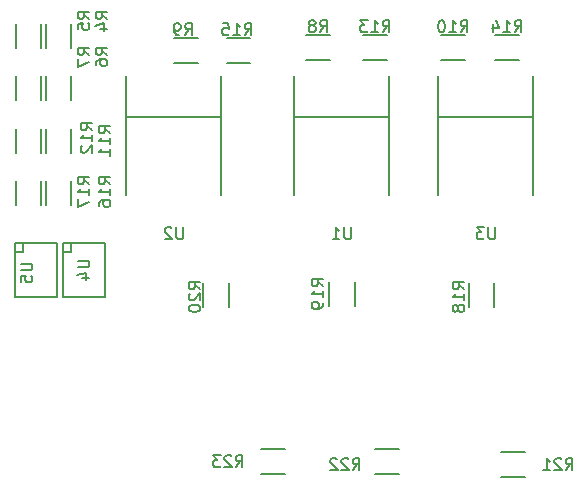
<source format=gbo>
G04 #@! TF.FileFunction,Legend,Bot*
%FSLAX46Y46*%
G04 Gerber Fmt 4.6, Leading zero omitted, Abs format (unit mm)*
G04 Created by KiCad (PCBNEW 4.0.2-stable) date 3/20/2016 1:32:16 PM*
%MOMM*%
G01*
G04 APERTURE LIST*
%ADD10C,0.100000*%
%ADD11C,0.150000*%
G04 APERTURE END LIST*
D10*
D11*
X141384000Y-87488000D02*
X149385000Y-87488000D01*
X141384000Y-94092000D02*
X141384000Y-84059000D01*
X149385000Y-94092000D02*
X149385000Y-84059000D01*
X122520000Y-81630000D02*
X122520000Y-79630000D01*
X120370000Y-79630000D02*
X120370000Y-81630000D01*
X119980000Y-81630000D02*
X119980000Y-79630000D01*
X117830000Y-79630000D02*
X117830000Y-81630000D01*
X122520000Y-86075000D02*
X122520000Y-84075000D01*
X120370000Y-84075000D02*
X120370000Y-86075000D01*
X119980000Y-86075000D02*
X119980000Y-84075000D01*
X117830000Y-84075000D02*
X117830000Y-86075000D01*
X144416000Y-80571000D02*
X142416000Y-80571000D01*
X142416000Y-82721000D02*
X144416000Y-82721000D01*
X133240000Y-80825000D02*
X131240000Y-80825000D01*
X131240000Y-82975000D02*
X133240000Y-82975000D01*
X155846000Y-80571000D02*
X153846000Y-80571000D01*
X153846000Y-82721000D02*
X155846000Y-82721000D01*
X122520000Y-90520000D02*
X122520000Y-88520000D01*
X120370000Y-88520000D02*
X120370000Y-90520000D01*
X119980000Y-90520000D02*
X119980000Y-88520000D01*
X117830000Y-88520000D02*
X117830000Y-90520000D01*
X149242000Y-80571000D02*
X147242000Y-80571000D01*
X147242000Y-82721000D02*
X149242000Y-82721000D01*
X160418000Y-80571000D02*
X158418000Y-80571000D01*
X158418000Y-82721000D02*
X160418000Y-82721000D01*
X137685000Y-80825000D02*
X135685000Y-80825000D01*
X135685000Y-82975000D02*
X137685000Y-82975000D01*
X122520000Y-94965000D02*
X122520000Y-92965000D01*
X120370000Y-92965000D02*
X120370000Y-94965000D01*
X119980000Y-94965000D02*
X119980000Y-92965000D01*
X117830000Y-92965000D02*
X117830000Y-94965000D01*
X158334000Y-103601000D02*
X158334000Y-101601000D01*
X156184000Y-101601000D02*
X156184000Y-103601000D01*
X146523000Y-103474000D02*
X146523000Y-101474000D01*
X144373000Y-101474000D02*
X144373000Y-103474000D01*
X135855000Y-103601000D02*
X135855000Y-101601000D01*
X133705000Y-101601000D02*
X133705000Y-103601000D01*
X158926000Y-118027000D02*
X160926000Y-118027000D01*
X160926000Y-115877000D02*
X158926000Y-115877000D01*
X150258000Y-115623000D02*
X148258000Y-115623000D01*
X148258000Y-117773000D02*
X150258000Y-117773000D01*
X140606000Y-115623000D02*
X138606000Y-115623000D01*
X138606000Y-117773000D02*
X140606000Y-117773000D01*
X121803140Y-98940860D02*
X122504180Y-98940860D01*
X122504180Y-98940860D02*
X122504180Y-98140760D01*
X121803140Y-102743240D02*
X121803140Y-98140760D01*
X121803140Y-98140760D02*
X125404860Y-98140760D01*
X125404860Y-98140760D02*
X125404860Y-102743240D01*
X125404860Y-102743240D02*
X121803140Y-102743240D01*
X117739140Y-98940860D02*
X118440180Y-98940860D01*
X118440180Y-98940860D02*
X118440180Y-98140760D01*
X117739140Y-102743240D02*
X117739140Y-98140760D01*
X117739140Y-98140760D02*
X121340860Y-98140760D01*
X121340860Y-98140760D02*
X121340860Y-102743240D01*
X121340860Y-102743240D02*
X117739140Y-102743240D01*
X127160000Y-87488000D02*
X135161000Y-87488000D01*
X127160000Y-94092000D02*
X127160000Y-84059000D01*
X135161000Y-94092000D02*
X135161000Y-84059000D01*
X153576000Y-87488000D02*
X161577000Y-87488000D01*
X153576000Y-94092000D02*
X153576000Y-84059000D01*
X161577000Y-94092000D02*
X161577000Y-84059000D01*
X146209905Y-96846381D02*
X146209905Y-97655905D01*
X146162286Y-97751143D01*
X146114667Y-97798762D01*
X146019429Y-97846381D01*
X145828952Y-97846381D01*
X145733714Y-97798762D01*
X145686095Y-97751143D01*
X145638476Y-97655905D01*
X145638476Y-96846381D01*
X144638476Y-97846381D02*
X145209905Y-97846381D01*
X144924191Y-97846381D02*
X144924191Y-96846381D01*
X145019429Y-96989238D01*
X145114667Y-97084476D01*
X145209905Y-97132095D01*
X125580381Y-79193334D02*
X125104190Y-78860000D01*
X125580381Y-78621905D02*
X124580381Y-78621905D01*
X124580381Y-79002858D01*
X124628000Y-79098096D01*
X124675619Y-79145715D01*
X124770857Y-79193334D01*
X124913714Y-79193334D01*
X125008952Y-79145715D01*
X125056571Y-79098096D01*
X125104190Y-79002858D01*
X125104190Y-78621905D01*
X124913714Y-80050477D02*
X125580381Y-80050477D01*
X124532762Y-79812381D02*
X125247048Y-79574286D01*
X125247048Y-80193334D01*
X124056381Y-79193334D02*
X123580190Y-78860000D01*
X124056381Y-78621905D02*
X123056381Y-78621905D01*
X123056381Y-79002858D01*
X123104000Y-79098096D01*
X123151619Y-79145715D01*
X123246857Y-79193334D01*
X123389714Y-79193334D01*
X123484952Y-79145715D01*
X123532571Y-79098096D01*
X123580190Y-79002858D01*
X123580190Y-78621905D01*
X123056381Y-80098096D02*
X123056381Y-79621905D01*
X123532571Y-79574286D01*
X123484952Y-79621905D01*
X123437333Y-79717143D01*
X123437333Y-79955239D01*
X123484952Y-80050477D01*
X123532571Y-80098096D01*
X123627810Y-80145715D01*
X123865905Y-80145715D01*
X123961143Y-80098096D01*
X124008762Y-80050477D01*
X124056381Y-79955239D01*
X124056381Y-79717143D01*
X124008762Y-79621905D01*
X123961143Y-79574286D01*
X125580381Y-82241334D02*
X125104190Y-81908000D01*
X125580381Y-81669905D02*
X124580381Y-81669905D01*
X124580381Y-82050858D01*
X124628000Y-82146096D01*
X124675619Y-82193715D01*
X124770857Y-82241334D01*
X124913714Y-82241334D01*
X125008952Y-82193715D01*
X125056571Y-82146096D01*
X125104190Y-82050858D01*
X125104190Y-81669905D01*
X124580381Y-83098477D02*
X124580381Y-82908000D01*
X124628000Y-82812762D01*
X124675619Y-82765143D01*
X124818476Y-82669905D01*
X125008952Y-82622286D01*
X125389905Y-82622286D01*
X125485143Y-82669905D01*
X125532762Y-82717524D01*
X125580381Y-82812762D01*
X125580381Y-83003239D01*
X125532762Y-83098477D01*
X125485143Y-83146096D01*
X125389905Y-83193715D01*
X125151810Y-83193715D01*
X125056571Y-83146096D01*
X125008952Y-83098477D01*
X124961333Y-83003239D01*
X124961333Y-82812762D01*
X125008952Y-82717524D01*
X125056571Y-82669905D01*
X125151810Y-82622286D01*
X124056381Y-82241334D02*
X123580190Y-81908000D01*
X124056381Y-81669905D02*
X123056381Y-81669905D01*
X123056381Y-82050858D01*
X123104000Y-82146096D01*
X123151619Y-82193715D01*
X123246857Y-82241334D01*
X123389714Y-82241334D01*
X123484952Y-82193715D01*
X123532571Y-82146096D01*
X123580190Y-82050858D01*
X123580190Y-81669905D01*
X123056381Y-82574667D02*
X123056381Y-83241334D01*
X124056381Y-82812762D01*
X143582666Y-80320381D02*
X143916000Y-79844190D01*
X144154095Y-80320381D02*
X144154095Y-79320381D01*
X143773142Y-79320381D01*
X143677904Y-79368000D01*
X143630285Y-79415619D01*
X143582666Y-79510857D01*
X143582666Y-79653714D01*
X143630285Y-79748952D01*
X143677904Y-79796571D01*
X143773142Y-79844190D01*
X144154095Y-79844190D01*
X143011238Y-79748952D02*
X143106476Y-79701333D01*
X143154095Y-79653714D01*
X143201714Y-79558476D01*
X143201714Y-79510857D01*
X143154095Y-79415619D01*
X143106476Y-79368000D01*
X143011238Y-79320381D01*
X142820761Y-79320381D01*
X142725523Y-79368000D01*
X142677904Y-79415619D01*
X142630285Y-79510857D01*
X142630285Y-79558476D01*
X142677904Y-79653714D01*
X142725523Y-79701333D01*
X142820761Y-79748952D01*
X143011238Y-79748952D01*
X143106476Y-79796571D01*
X143154095Y-79844190D01*
X143201714Y-79939429D01*
X143201714Y-80129905D01*
X143154095Y-80225143D01*
X143106476Y-80272762D01*
X143011238Y-80320381D01*
X142820761Y-80320381D01*
X142725523Y-80272762D01*
X142677904Y-80225143D01*
X142630285Y-80129905D01*
X142630285Y-79939429D01*
X142677904Y-79844190D01*
X142725523Y-79796571D01*
X142820761Y-79748952D01*
X132152666Y-80574381D02*
X132486000Y-80098190D01*
X132724095Y-80574381D02*
X132724095Y-79574381D01*
X132343142Y-79574381D01*
X132247904Y-79622000D01*
X132200285Y-79669619D01*
X132152666Y-79764857D01*
X132152666Y-79907714D01*
X132200285Y-80002952D01*
X132247904Y-80050571D01*
X132343142Y-80098190D01*
X132724095Y-80098190D01*
X131676476Y-80574381D02*
X131486000Y-80574381D01*
X131390761Y-80526762D01*
X131343142Y-80479143D01*
X131247904Y-80336286D01*
X131200285Y-80145810D01*
X131200285Y-79764857D01*
X131247904Y-79669619D01*
X131295523Y-79622000D01*
X131390761Y-79574381D01*
X131581238Y-79574381D01*
X131676476Y-79622000D01*
X131724095Y-79669619D01*
X131771714Y-79764857D01*
X131771714Y-80002952D01*
X131724095Y-80098190D01*
X131676476Y-80145810D01*
X131581238Y-80193429D01*
X131390761Y-80193429D01*
X131295523Y-80145810D01*
X131247904Y-80098190D01*
X131200285Y-80002952D01*
X155488857Y-80320381D02*
X155822191Y-79844190D01*
X156060286Y-80320381D02*
X156060286Y-79320381D01*
X155679333Y-79320381D01*
X155584095Y-79368000D01*
X155536476Y-79415619D01*
X155488857Y-79510857D01*
X155488857Y-79653714D01*
X155536476Y-79748952D01*
X155584095Y-79796571D01*
X155679333Y-79844190D01*
X156060286Y-79844190D01*
X154536476Y-80320381D02*
X155107905Y-80320381D01*
X154822191Y-80320381D02*
X154822191Y-79320381D01*
X154917429Y-79463238D01*
X155012667Y-79558476D01*
X155107905Y-79606095D01*
X153917429Y-79320381D02*
X153822190Y-79320381D01*
X153726952Y-79368000D01*
X153679333Y-79415619D01*
X153631714Y-79510857D01*
X153584095Y-79701333D01*
X153584095Y-79939429D01*
X153631714Y-80129905D01*
X153679333Y-80225143D01*
X153726952Y-80272762D01*
X153822190Y-80320381D01*
X153917429Y-80320381D01*
X154012667Y-80272762D01*
X154060286Y-80225143D01*
X154107905Y-80129905D01*
X154155524Y-79939429D01*
X154155524Y-79701333D01*
X154107905Y-79510857D01*
X154060286Y-79415619D01*
X154012667Y-79368000D01*
X153917429Y-79320381D01*
X125834381Y-88877143D02*
X125358190Y-88543809D01*
X125834381Y-88305714D02*
X124834381Y-88305714D01*
X124834381Y-88686667D01*
X124882000Y-88781905D01*
X124929619Y-88829524D01*
X125024857Y-88877143D01*
X125167714Y-88877143D01*
X125262952Y-88829524D01*
X125310571Y-88781905D01*
X125358190Y-88686667D01*
X125358190Y-88305714D01*
X125834381Y-89829524D02*
X125834381Y-89258095D01*
X125834381Y-89543809D02*
X124834381Y-89543809D01*
X124977238Y-89448571D01*
X125072476Y-89353333D01*
X125120095Y-89258095D01*
X125834381Y-90781905D02*
X125834381Y-90210476D01*
X125834381Y-90496190D02*
X124834381Y-90496190D01*
X124977238Y-90400952D01*
X125072476Y-90305714D01*
X125120095Y-90210476D01*
X124310381Y-88623143D02*
X123834190Y-88289809D01*
X124310381Y-88051714D02*
X123310381Y-88051714D01*
X123310381Y-88432667D01*
X123358000Y-88527905D01*
X123405619Y-88575524D01*
X123500857Y-88623143D01*
X123643714Y-88623143D01*
X123738952Y-88575524D01*
X123786571Y-88527905D01*
X123834190Y-88432667D01*
X123834190Y-88051714D01*
X124310381Y-89575524D02*
X124310381Y-89004095D01*
X124310381Y-89289809D02*
X123310381Y-89289809D01*
X123453238Y-89194571D01*
X123548476Y-89099333D01*
X123596095Y-89004095D01*
X123405619Y-89956476D02*
X123358000Y-90004095D01*
X123310381Y-90099333D01*
X123310381Y-90337429D01*
X123358000Y-90432667D01*
X123405619Y-90480286D01*
X123500857Y-90527905D01*
X123596095Y-90527905D01*
X123738952Y-90480286D01*
X124310381Y-89908857D01*
X124310381Y-90527905D01*
X148884857Y-80320381D02*
X149218191Y-79844190D01*
X149456286Y-80320381D02*
X149456286Y-79320381D01*
X149075333Y-79320381D01*
X148980095Y-79368000D01*
X148932476Y-79415619D01*
X148884857Y-79510857D01*
X148884857Y-79653714D01*
X148932476Y-79748952D01*
X148980095Y-79796571D01*
X149075333Y-79844190D01*
X149456286Y-79844190D01*
X147932476Y-80320381D02*
X148503905Y-80320381D01*
X148218191Y-80320381D02*
X148218191Y-79320381D01*
X148313429Y-79463238D01*
X148408667Y-79558476D01*
X148503905Y-79606095D01*
X147599143Y-79320381D02*
X146980095Y-79320381D01*
X147313429Y-79701333D01*
X147170571Y-79701333D01*
X147075333Y-79748952D01*
X147027714Y-79796571D01*
X146980095Y-79891810D01*
X146980095Y-80129905D01*
X147027714Y-80225143D01*
X147075333Y-80272762D01*
X147170571Y-80320381D01*
X147456286Y-80320381D01*
X147551524Y-80272762D01*
X147599143Y-80225143D01*
X160060857Y-80320381D02*
X160394191Y-79844190D01*
X160632286Y-80320381D02*
X160632286Y-79320381D01*
X160251333Y-79320381D01*
X160156095Y-79368000D01*
X160108476Y-79415619D01*
X160060857Y-79510857D01*
X160060857Y-79653714D01*
X160108476Y-79748952D01*
X160156095Y-79796571D01*
X160251333Y-79844190D01*
X160632286Y-79844190D01*
X159108476Y-80320381D02*
X159679905Y-80320381D01*
X159394191Y-80320381D02*
X159394191Y-79320381D01*
X159489429Y-79463238D01*
X159584667Y-79558476D01*
X159679905Y-79606095D01*
X158251333Y-79653714D02*
X158251333Y-80320381D01*
X158489429Y-79272762D02*
X158727524Y-79987048D01*
X158108476Y-79987048D01*
X137200857Y-80574381D02*
X137534191Y-80098190D01*
X137772286Y-80574381D02*
X137772286Y-79574381D01*
X137391333Y-79574381D01*
X137296095Y-79622000D01*
X137248476Y-79669619D01*
X137200857Y-79764857D01*
X137200857Y-79907714D01*
X137248476Y-80002952D01*
X137296095Y-80050571D01*
X137391333Y-80098190D01*
X137772286Y-80098190D01*
X136248476Y-80574381D02*
X136819905Y-80574381D01*
X136534191Y-80574381D02*
X136534191Y-79574381D01*
X136629429Y-79717238D01*
X136724667Y-79812476D01*
X136819905Y-79860095D01*
X135343714Y-79574381D02*
X135819905Y-79574381D01*
X135867524Y-80050571D01*
X135819905Y-80002952D01*
X135724667Y-79955333D01*
X135486571Y-79955333D01*
X135391333Y-80002952D01*
X135343714Y-80050571D01*
X135296095Y-80145810D01*
X135296095Y-80383905D01*
X135343714Y-80479143D01*
X135391333Y-80526762D01*
X135486571Y-80574381D01*
X135724667Y-80574381D01*
X135819905Y-80526762D01*
X135867524Y-80479143D01*
X125834381Y-93195143D02*
X125358190Y-92861809D01*
X125834381Y-92623714D02*
X124834381Y-92623714D01*
X124834381Y-93004667D01*
X124882000Y-93099905D01*
X124929619Y-93147524D01*
X125024857Y-93195143D01*
X125167714Y-93195143D01*
X125262952Y-93147524D01*
X125310571Y-93099905D01*
X125358190Y-93004667D01*
X125358190Y-92623714D01*
X125834381Y-94147524D02*
X125834381Y-93576095D01*
X125834381Y-93861809D02*
X124834381Y-93861809D01*
X124977238Y-93766571D01*
X125072476Y-93671333D01*
X125120095Y-93576095D01*
X124834381Y-95004667D02*
X124834381Y-94814190D01*
X124882000Y-94718952D01*
X124929619Y-94671333D01*
X125072476Y-94576095D01*
X125262952Y-94528476D01*
X125643905Y-94528476D01*
X125739143Y-94576095D01*
X125786762Y-94623714D01*
X125834381Y-94718952D01*
X125834381Y-94909429D01*
X125786762Y-95004667D01*
X125739143Y-95052286D01*
X125643905Y-95099905D01*
X125405810Y-95099905D01*
X125310571Y-95052286D01*
X125262952Y-95004667D01*
X125215333Y-94909429D01*
X125215333Y-94718952D01*
X125262952Y-94623714D01*
X125310571Y-94576095D01*
X125405810Y-94528476D01*
X124056381Y-93195143D02*
X123580190Y-92861809D01*
X124056381Y-92623714D02*
X123056381Y-92623714D01*
X123056381Y-93004667D01*
X123104000Y-93099905D01*
X123151619Y-93147524D01*
X123246857Y-93195143D01*
X123389714Y-93195143D01*
X123484952Y-93147524D01*
X123532571Y-93099905D01*
X123580190Y-93004667D01*
X123580190Y-92623714D01*
X124056381Y-94147524D02*
X124056381Y-93576095D01*
X124056381Y-93861809D02*
X123056381Y-93861809D01*
X123199238Y-93766571D01*
X123294476Y-93671333D01*
X123342095Y-93576095D01*
X123056381Y-94480857D02*
X123056381Y-95147524D01*
X124056381Y-94718952D01*
X155806381Y-102085143D02*
X155330190Y-101751809D01*
X155806381Y-101513714D02*
X154806381Y-101513714D01*
X154806381Y-101894667D01*
X154854000Y-101989905D01*
X154901619Y-102037524D01*
X154996857Y-102085143D01*
X155139714Y-102085143D01*
X155234952Y-102037524D01*
X155282571Y-101989905D01*
X155330190Y-101894667D01*
X155330190Y-101513714D01*
X155806381Y-103037524D02*
X155806381Y-102466095D01*
X155806381Y-102751809D02*
X154806381Y-102751809D01*
X154949238Y-102656571D01*
X155044476Y-102561333D01*
X155092095Y-102466095D01*
X155234952Y-103608952D02*
X155187333Y-103513714D01*
X155139714Y-103466095D01*
X155044476Y-103418476D01*
X154996857Y-103418476D01*
X154901619Y-103466095D01*
X154854000Y-103513714D01*
X154806381Y-103608952D01*
X154806381Y-103799429D01*
X154854000Y-103894667D01*
X154901619Y-103942286D01*
X154996857Y-103989905D01*
X155044476Y-103989905D01*
X155139714Y-103942286D01*
X155187333Y-103894667D01*
X155234952Y-103799429D01*
X155234952Y-103608952D01*
X155282571Y-103513714D01*
X155330190Y-103466095D01*
X155425429Y-103418476D01*
X155615905Y-103418476D01*
X155711143Y-103466095D01*
X155758762Y-103513714D01*
X155806381Y-103608952D01*
X155806381Y-103799429D01*
X155758762Y-103894667D01*
X155711143Y-103942286D01*
X155615905Y-103989905D01*
X155425429Y-103989905D01*
X155330190Y-103942286D01*
X155282571Y-103894667D01*
X155234952Y-103799429D01*
X143868381Y-101831143D02*
X143392190Y-101497809D01*
X143868381Y-101259714D02*
X142868381Y-101259714D01*
X142868381Y-101640667D01*
X142916000Y-101735905D01*
X142963619Y-101783524D01*
X143058857Y-101831143D01*
X143201714Y-101831143D01*
X143296952Y-101783524D01*
X143344571Y-101735905D01*
X143392190Y-101640667D01*
X143392190Y-101259714D01*
X143868381Y-102783524D02*
X143868381Y-102212095D01*
X143868381Y-102497809D02*
X142868381Y-102497809D01*
X143011238Y-102402571D01*
X143106476Y-102307333D01*
X143154095Y-102212095D01*
X143868381Y-103259714D02*
X143868381Y-103450190D01*
X143820762Y-103545429D01*
X143773143Y-103593048D01*
X143630286Y-103688286D01*
X143439810Y-103735905D01*
X143058857Y-103735905D01*
X142963619Y-103688286D01*
X142916000Y-103640667D01*
X142868381Y-103545429D01*
X142868381Y-103354952D01*
X142916000Y-103259714D01*
X142963619Y-103212095D01*
X143058857Y-103164476D01*
X143296952Y-103164476D01*
X143392190Y-103212095D01*
X143439810Y-103259714D01*
X143487429Y-103354952D01*
X143487429Y-103545429D01*
X143439810Y-103640667D01*
X143392190Y-103688286D01*
X143296952Y-103735905D01*
X133454381Y-102085143D02*
X132978190Y-101751809D01*
X133454381Y-101513714D02*
X132454381Y-101513714D01*
X132454381Y-101894667D01*
X132502000Y-101989905D01*
X132549619Y-102037524D01*
X132644857Y-102085143D01*
X132787714Y-102085143D01*
X132882952Y-102037524D01*
X132930571Y-101989905D01*
X132978190Y-101894667D01*
X132978190Y-101513714D01*
X132549619Y-102466095D02*
X132502000Y-102513714D01*
X132454381Y-102608952D01*
X132454381Y-102847048D01*
X132502000Y-102942286D01*
X132549619Y-102989905D01*
X132644857Y-103037524D01*
X132740095Y-103037524D01*
X132882952Y-102989905D01*
X133454381Y-102418476D01*
X133454381Y-103037524D01*
X132454381Y-103656571D02*
X132454381Y-103751810D01*
X132502000Y-103847048D01*
X132549619Y-103894667D01*
X132644857Y-103942286D01*
X132835333Y-103989905D01*
X133073429Y-103989905D01*
X133263905Y-103942286D01*
X133359143Y-103894667D01*
X133406762Y-103847048D01*
X133454381Y-103751810D01*
X133454381Y-103656571D01*
X133406762Y-103561333D01*
X133359143Y-103513714D01*
X133263905Y-103466095D01*
X133073429Y-103418476D01*
X132835333Y-103418476D01*
X132644857Y-103466095D01*
X132549619Y-103513714D01*
X132502000Y-103561333D01*
X132454381Y-103656571D01*
X164378857Y-117404381D02*
X164712191Y-116928190D01*
X164950286Y-117404381D02*
X164950286Y-116404381D01*
X164569333Y-116404381D01*
X164474095Y-116452000D01*
X164426476Y-116499619D01*
X164378857Y-116594857D01*
X164378857Y-116737714D01*
X164426476Y-116832952D01*
X164474095Y-116880571D01*
X164569333Y-116928190D01*
X164950286Y-116928190D01*
X163997905Y-116499619D02*
X163950286Y-116452000D01*
X163855048Y-116404381D01*
X163616952Y-116404381D01*
X163521714Y-116452000D01*
X163474095Y-116499619D01*
X163426476Y-116594857D01*
X163426476Y-116690095D01*
X163474095Y-116832952D01*
X164045524Y-117404381D01*
X163426476Y-117404381D01*
X162474095Y-117404381D02*
X163045524Y-117404381D01*
X162759810Y-117404381D02*
X162759810Y-116404381D01*
X162855048Y-116547238D01*
X162950286Y-116642476D01*
X163045524Y-116690095D01*
X146344857Y-117404381D02*
X146678191Y-116928190D01*
X146916286Y-117404381D02*
X146916286Y-116404381D01*
X146535333Y-116404381D01*
X146440095Y-116452000D01*
X146392476Y-116499619D01*
X146344857Y-116594857D01*
X146344857Y-116737714D01*
X146392476Y-116832952D01*
X146440095Y-116880571D01*
X146535333Y-116928190D01*
X146916286Y-116928190D01*
X145963905Y-116499619D02*
X145916286Y-116452000D01*
X145821048Y-116404381D01*
X145582952Y-116404381D01*
X145487714Y-116452000D01*
X145440095Y-116499619D01*
X145392476Y-116594857D01*
X145392476Y-116690095D01*
X145440095Y-116832952D01*
X146011524Y-117404381D01*
X145392476Y-117404381D01*
X145011524Y-116499619D02*
X144963905Y-116452000D01*
X144868667Y-116404381D01*
X144630571Y-116404381D01*
X144535333Y-116452000D01*
X144487714Y-116499619D01*
X144440095Y-116594857D01*
X144440095Y-116690095D01*
X144487714Y-116832952D01*
X145059143Y-117404381D01*
X144440095Y-117404381D01*
X136438857Y-117150381D02*
X136772191Y-116674190D01*
X137010286Y-117150381D02*
X137010286Y-116150381D01*
X136629333Y-116150381D01*
X136534095Y-116198000D01*
X136486476Y-116245619D01*
X136438857Y-116340857D01*
X136438857Y-116483714D01*
X136486476Y-116578952D01*
X136534095Y-116626571D01*
X136629333Y-116674190D01*
X137010286Y-116674190D01*
X136057905Y-116245619D02*
X136010286Y-116198000D01*
X135915048Y-116150381D01*
X135676952Y-116150381D01*
X135581714Y-116198000D01*
X135534095Y-116245619D01*
X135486476Y-116340857D01*
X135486476Y-116436095D01*
X135534095Y-116578952D01*
X136105524Y-117150381D01*
X135486476Y-117150381D01*
X135153143Y-116150381D02*
X134534095Y-116150381D01*
X134867429Y-116531333D01*
X134724571Y-116531333D01*
X134629333Y-116578952D01*
X134581714Y-116626571D01*
X134534095Y-116721810D01*
X134534095Y-116959905D01*
X134581714Y-117055143D01*
X134629333Y-117102762D01*
X134724571Y-117150381D01*
X135010286Y-117150381D01*
X135105524Y-117102762D01*
X135153143Y-117055143D01*
X123056381Y-99680095D02*
X123865905Y-99680095D01*
X123961143Y-99727714D01*
X124008762Y-99775333D01*
X124056381Y-99870571D01*
X124056381Y-100061048D01*
X124008762Y-100156286D01*
X123961143Y-100203905D01*
X123865905Y-100251524D01*
X123056381Y-100251524D01*
X123389714Y-101156286D02*
X124056381Y-101156286D01*
X123008762Y-100918190D02*
X123723048Y-100680095D01*
X123723048Y-101299143D01*
X118230381Y-99934095D02*
X119039905Y-99934095D01*
X119135143Y-99981714D01*
X119182762Y-100029333D01*
X119230381Y-100124571D01*
X119230381Y-100315048D01*
X119182762Y-100410286D01*
X119135143Y-100457905D01*
X119039905Y-100505524D01*
X118230381Y-100505524D01*
X118230381Y-101457905D02*
X118230381Y-100981714D01*
X118706571Y-100934095D01*
X118658952Y-100981714D01*
X118611333Y-101076952D01*
X118611333Y-101315048D01*
X118658952Y-101410286D01*
X118706571Y-101457905D01*
X118801810Y-101505524D01*
X119039905Y-101505524D01*
X119135143Y-101457905D01*
X119182762Y-101410286D01*
X119230381Y-101315048D01*
X119230381Y-101076952D01*
X119182762Y-100981714D01*
X119135143Y-100934095D01*
X131985905Y-96846381D02*
X131985905Y-97655905D01*
X131938286Y-97751143D01*
X131890667Y-97798762D01*
X131795429Y-97846381D01*
X131604952Y-97846381D01*
X131509714Y-97798762D01*
X131462095Y-97751143D01*
X131414476Y-97655905D01*
X131414476Y-96846381D01*
X130985905Y-96941619D02*
X130938286Y-96894000D01*
X130843048Y-96846381D01*
X130604952Y-96846381D01*
X130509714Y-96894000D01*
X130462095Y-96941619D01*
X130414476Y-97036857D01*
X130414476Y-97132095D01*
X130462095Y-97274952D01*
X131033524Y-97846381D01*
X130414476Y-97846381D01*
X158401905Y-96846381D02*
X158401905Y-97655905D01*
X158354286Y-97751143D01*
X158306667Y-97798762D01*
X158211429Y-97846381D01*
X158020952Y-97846381D01*
X157925714Y-97798762D01*
X157878095Y-97751143D01*
X157830476Y-97655905D01*
X157830476Y-96846381D01*
X157449524Y-96846381D02*
X156830476Y-96846381D01*
X157163810Y-97227333D01*
X157020952Y-97227333D01*
X156925714Y-97274952D01*
X156878095Y-97322571D01*
X156830476Y-97417810D01*
X156830476Y-97655905D01*
X156878095Y-97751143D01*
X156925714Y-97798762D01*
X157020952Y-97846381D01*
X157306667Y-97846381D01*
X157401905Y-97798762D01*
X157449524Y-97751143D01*
M02*

</source>
